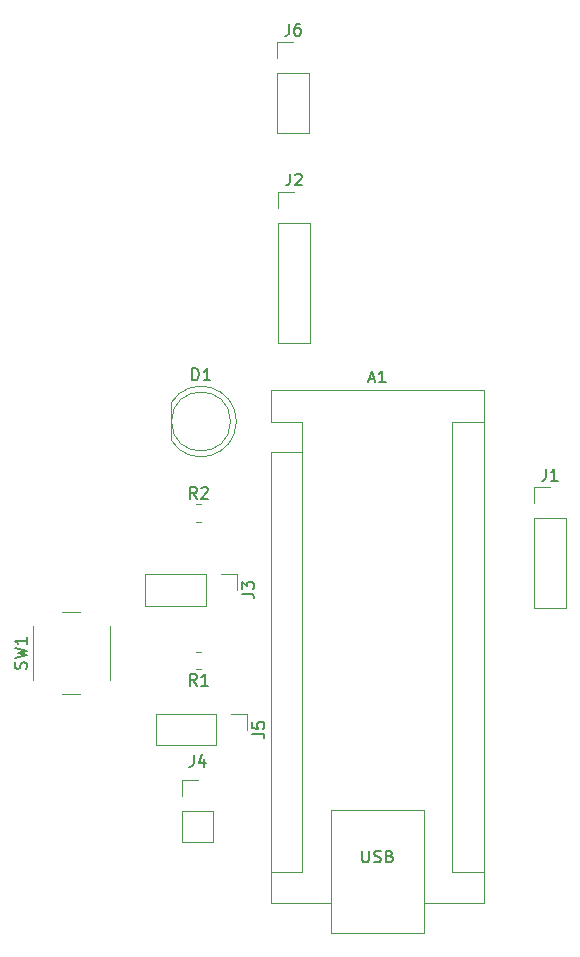
<source format=gbr>
%TF.GenerationSoftware,KiCad,Pcbnew,8.0.8*%
%TF.CreationDate,2025-06-02T22:50:19+02:00*%
%TF.ProjectId,autoZalivanje,6175746f-5a61-46c6-9976-616e6a652e6b,rev?*%
%TF.SameCoordinates,Original*%
%TF.FileFunction,Legend,Top*%
%TF.FilePolarity,Positive*%
%FSLAX46Y46*%
G04 Gerber Fmt 4.6, Leading zero omitted, Abs format (unit mm)*
G04 Created by KiCad (PCBNEW 8.0.8) date 2025-06-02 22:50:19*
%MOMM*%
%LPD*%
G01*
G04 APERTURE LIST*
%ADD10C,0.150000*%
%ADD11C,0.120000*%
G04 APERTURE END LIST*
D10*
X120420833Y-102604819D02*
X120087500Y-102128628D01*
X119849405Y-102604819D02*
X119849405Y-101604819D01*
X119849405Y-101604819D02*
X120230357Y-101604819D01*
X120230357Y-101604819D02*
X120325595Y-101652438D01*
X120325595Y-101652438D02*
X120373214Y-101700057D01*
X120373214Y-101700057D02*
X120420833Y-101795295D01*
X120420833Y-101795295D02*
X120420833Y-101938152D01*
X120420833Y-101938152D02*
X120373214Y-102033390D01*
X120373214Y-102033390D02*
X120325595Y-102081009D01*
X120325595Y-102081009D02*
X120230357Y-102128628D01*
X120230357Y-102128628D02*
X119849405Y-102128628D01*
X121373214Y-102604819D02*
X120801786Y-102604819D01*
X121087500Y-102604819D02*
X121087500Y-101604819D01*
X121087500Y-101604819D02*
X120992262Y-101747676D01*
X120992262Y-101747676D02*
X120897024Y-101842914D01*
X120897024Y-101842914D02*
X120801786Y-101890533D01*
X120420833Y-86804819D02*
X120087500Y-86328628D01*
X119849405Y-86804819D02*
X119849405Y-85804819D01*
X119849405Y-85804819D02*
X120230357Y-85804819D01*
X120230357Y-85804819D02*
X120325595Y-85852438D01*
X120325595Y-85852438D02*
X120373214Y-85900057D01*
X120373214Y-85900057D02*
X120420833Y-85995295D01*
X120420833Y-85995295D02*
X120420833Y-86138152D01*
X120420833Y-86138152D02*
X120373214Y-86233390D01*
X120373214Y-86233390D02*
X120325595Y-86281009D01*
X120325595Y-86281009D02*
X120230357Y-86328628D01*
X120230357Y-86328628D02*
X119849405Y-86328628D01*
X120801786Y-85900057D02*
X120849405Y-85852438D01*
X120849405Y-85852438D02*
X120944643Y-85804819D01*
X120944643Y-85804819D02*
X121182738Y-85804819D01*
X121182738Y-85804819D02*
X121277976Y-85852438D01*
X121277976Y-85852438D02*
X121325595Y-85900057D01*
X121325595Y-85900057D02*
X121373214Y-85995295D01*
X121373214Y-85995295D02*
X121373214Y-86090533D01*
X121373214Y-86090533D02*
X121325595Y-86233390D01*
X121325595Y-86233390D02*
X120754167Y-86804819D01*
X120754167Y-86804819D02*
X121373214Y-86804819D01*
X105957200Y-101183332D02*
X106004819Y-101040475D01*
X106004819Y-101040475D02*
X106004819Y-100802380D01*
X106004819Y-100802380D02*
X105957200Y-100707142D01*
X105957200Y-100707142D02*
X105909580Y-100659523D01*
X105909580Y-100659523D02*
X105814342Y-100611904D01*
X105814342Y-100611904D02*
X105719104Y-100611904D01*
X105719104Y-100611904D02*
X105623866Y-100659523D01*
X105623866Y-100659523D02*
X105576247Y-100707142D01*
X105576247Y-100707142D02*
X105528628Y-100802380D01*
X105528628Y-100802380D02*
X105481009Y-100992856D01*
X105481009Y-100992856D02*
X105433390Y-101088094D01*
X105433390Y-101088094D02*
X105385771Y-101135713D01*
X105385771Y-101135713D02*
X105290533Y-101183332D01*
X105290533Y-101183332D02*
X105195295Y-101183332D01*
X105195295Y-101183332D02*
X105100057Y-101135713D01*
X105100057Y-101135713D02*
X105052438Y-101088094D01*
X105052438Y-101088094D02*
X105004819Y-100992856D01*
X105004819Y-100992856D02*
X105004819Y-100754761D01*
X105004819Y-100754761D02*
X105052438Y-100611904D01*
X105004819Y-100278570D02*
X106004819Y-100040475D01*
X106004819Y-100040475D02*
X105290533Y-99849999D01*
X105290533Y-99849999D02*
X106004819Y-99659523D01*
X106004819Y-99659523D02*
X105004819Y-99421428D01*
X106004819Y-98516666D02*
X106004819Y-99088094D01*
X106004819Y-98802380D02*
X105004819Y-98802380D01*
X105004819Y-98802380D02*
X105147676Y-98897618D01*
X105147676Y-98897618D02*
X105242914Y-98992856D01*
X105242914Y-98992856D02*
X105290533Y-99088094D01*
X128241666Y-46569819D02*
X128241666Y-47284104D01*
X128241666Y-47284104D02*
X128194047Y-47426961D01*
X128194047Y-47426961D02*
X128098809Y-47522200D01*
X128098809Y-47522200D02*
X127955952Y-47569819D01*
X127955952Y-47569819D02*
X127860714Y-47569819D01*
X129146428Y-46569819D02*
X128955952Y-46569819D01*
X128955952Y-46569819D02*
X128860714Y-46617438D01*
X128860714Y-46617438D02*
X128813095Y-46665057D01*
X128813095Y-46665057D02*
X128717857Y-46807914D01*
X128717857Y-46807914D02*
X128670238Y-46998390D01*
X128670238Y-46998390D02*
X128670238Y-47379342D01*
X128670238Y-47379342D02*
X128717857Y-47474580D01*
X128717857Y-47474580D02*
X128765476Y-47522200D01*
X128765476Y-47522200D02*
X128860714Y-47569819D01*
X128860714Y-47569819D02*
X129051190Y-47569819D01*
X129051190Y-47569819D02*
X129146428Y-47522200D01*
X129146428Y-47522200D02*
X129194047Y-47474580D01*
X129194047Y-47474580D02*
X129241666Y-47379342D01*
X129241666Y-47379342D02*
X129241666Y-47141247D01*
X129241666Y-47141247D02*
X129194047Y-47046009D01*
X129194047Y-47046009D02*
X129146428Y-46998390D01*
X129146428Y-46998390D02*
X129051190Y-46950771D01*
X129051190Y-46950771D02*
X128860714Y-46950771D01*
X128860714Y-46950771D02*
X128765476Y-46998390D01*
X128765476Y-46998390D02*
X128717857Y-47046009D01*
X128717857Y-47046009D02*
X128670238Y-47141247D01*
X125134819Y-106683333D02*
X125849104Y-106683333D01*
X125849104Y-106683333D02*
X125991961Y-106730952D01*
X125991961Y-106730952D02*
X126087200Y-106826190D01*
X126087200Y-106826190D02*
X126134819Y-106969047D01*
X126134819Y-106969047D02*
X126134819Y-107064285D01*
X125134819Y-105730952D02*
X125134819Y-106207142D01*
X125134819Y-106207142D02*
X125611009Y-106254761D01*
X125611009Y-106254761D02*
X125563390Y-106207142D01*
X125563390Y-106207142D02*
X125515771Y-106111904D01*
X125515771Y-106111904D02*
X125515771Y-105873809D01*
X125515771Y-105873809D02*
X125563390Y-105778571D01*
X125563390Y-105778571D02*
X125611009Y-105730952D01*
X125611009Y-105730952D02*
X125706247Y-105683333D01*
X125706247Y-105683333D02*
X125944342Y-105683333D01*
X125944342Y-105683333D02*
X126039580Y-105730952D01*
X126039580Y-105730952D02*
X126087200Y-105778571D01*
X126087200Y-105778571D02*
X126134819Y-105873809D01*
X126134819Y-105873809D02*
X126134819Y-106111904D01*
X126134819Y-106111904D02*
X126087200Y-106207142D01*
X126087200Y-106207142D02*
X126039580Y-106254761D01*
X120166666Y-108479819D02*
X120166666Y-109194104D01*
X120166666Y-109194104D02*
X120119047Y-109336961D01*
X120119047Y-109336961D02*
X120023809Y-109432200D01*
X120023809Y-109432200D02*
X119880952Y-109479819D01*
X119880952Y-109479819D02*
X119785714Y-109479819D01*
X121071428Y-108813152D02*
X121071428Y-109479819D01*
X120833333Y-108432200D02*
X120595238Y-109146485D01*
X120595238Y-109146485D02*
X121214285Y-109146485D01*
X124259819Y-94833333D02*
X124974104Y-94833333D01*
X124974104Y-94833333D02*
X125116961Y-94880952D01*
X125116961Y-94880952D02*
X125212200Y-94976190D01*
X125212200Y-94976190D02*
X125259819Y-95119047D01*
X125259819Y-95119047D02*
X125259819Y-95214285D01*
X124259819Y-94452380D02*
X124259819Y-93833333D01*
X124259819Y-93833333D02*
X124640771Y-94166666D01*
X124640771Y-94166666D02*
X124640771Y-94023809D01*
X124640771Y-94023809D02*
X124688390Y-93928571D01*
X124688390Y-93928571D02*
X124736009Y-93880952D01*
X124736009Y-93880952D02*
X124831247Y-93833333D01*
X124831247Y-93833333D02*
X125069342Y-93833333D01*
X125069342Y-93833333D02*
X125164580Y-93880952D01*
X125164580Y-93880952D02*
X125212200Y-93928571D01*
X125212200Y-93928571D02*
X125259819Y-94023809D01*
X125259819Y-94023809D02*
X125259819Y-94309523D01*
X125259819Y-94309523D02*
X125212200Y-94404761D01*
X125212200Y-94404761D02*
X125164580Y-94452380D01*
X128316666Y-59259819D02*
X128316666Y-59974104D01*
X128316666Y-59974104D02*
X128269047Y-60116961D01*
X128269047Y-60116961D02*
X128173809Y-60212200D01*
X128173809Y-60212200D02*
X128030952Y-60259819D01*
X128030952Y-60259819D02*
X127935714Y-60259819D01*
X128745238Y-59355057D02*
X128792857Y-59307438D01*
X128792857Y-59307438D02*
X128888095Y-59259819D01*
X128888095Y-59259819D02*
X129126190Y-59259819D01*
X129126190Y-59259819D02*
X129221428Y-59307438D01*
X129221428Y-59307438D02*
X129269047Y-59355057D01*
X129269047Y-59355057D02*
X129316666Y-59450295D01*
X129316666Y-59450295D02*
X129316666Y-59545533D01*
X129316666Y-59545533D02*
X129269047Y-59688390D01*
X129269047Y-59688390D02*
X128697619Y-60259819D01*
X128697619Y-60259819D02*
X129316666Y-60259819D01*
X149991666Y-84249819D02*
X149991666Y-84964104D01*
X149991666Y-84964104D02*
X149944047Y-85106961D01*
X149944047Y-85106961D02*
X149848809Y-85202200D01*
X149848809Y-85202200D02*
X149705952Y-85249819D01*
X149705952Y-85249819D02*
X149610714Y-85249819D01*
X150991666Y-85249819D02*
X150420238Y-85249819D01*
X150705952Y-85249819D02*
X150705952Y-84249819D01*
X150705952Y-84249819D02*
X150610714Y-84392676D01*
X150610714Y-84392676D02*
X150515476Y-84487914D01*
X150515476Y-84487914D02*
X150420238Y-84535533D01*
X120041905Y-76744819D02*
X120041905Y-75744819D01*
X120041905Y-75744819D02*
X120280000Y-75744819D01*
X120280000Y-75744819D02*
X120422857Y-75792438D01*
X120422857Y-75792438D02*
X120518095Y-75887676D01*
X120518095Y-75887676D02*
X120565714Y-75982914D01*
X120565714Y-75982914D02*
X120613333Y-76173390D01*
X120613333Y-76173390D02*
X120613333Y-76316247D01*
X120613333Y-76316247D02*
X120565714Y-76506723D01*
X120565714Y-76506723D02*
X120518095Y-76601961D01*
X120518095Y-76601961D02*
X120422857Y-76697200D01*
X120422857Y-76697200D02*
X120280000Y-76744819D01*
X120280000Y-76744819D02*
X120041905Y-76744819D01*
X121565714Y-76744819D02*
X120994286Y-76744819D01*
X121280000Y-76744819D02*
X121280000Y-75744819D01*
X121280000Y-75744819D02*
X121184762Y-75887676D01*
X121184762Y-75887676D02*
X121089524Y-75982914D01*
X121089524Y-75982914D02*
X120994286Y-76030533D01*
X134975714Y-76649104D02*
X135451904Y-76649104D01*
X134880476Y-76934819D02*
X135213809Y-75934819D01*
X135213809Y-75934819D02*
X135547142Y-76934819D01*
X136404285Y-76934819D02*
X135832857Y-76934819D01*
X136118571Y-76934819D02*
X136118571Y-75934819D01*
X136118571Y-75934819D02*
X136023333Y-76077676D01*
X136023333Y-76077676D02*
X135928095Y-76172914D01*
X135928095Y-76172914D02*
X135832857Y-76220533D01*
X134428095Y-116574819D02*
X134428095Y-117384342D01*
X134428095Y-117384342D02*
X134475714Y-117479580D01*
X134475714Y-117479580D02*
X134523333Y-117527200D01*
X134523333Y-117527200D02*
X134618571Y-117574819D01*
X134618571Y-117574819D02*
X134809047Y-117574819D01*
X134809047Y-117574819D02*
X134904285Y-117527200D01*
X134904285Y-117527200D02*
X134951904Y-117479580D01*
X134951904Y-117479580D02*
X134999523Y-117384342D01*
X134999523Y-117384342D02*
X134999523Y-116574819D01*
X135428095Y-117527200D02*
X135570952Y-117574819D01*
X135570952Y-117574819D02*
X135809047Y-117574819D01*
X135809047Y-117574819D02*
X135904285Y-117527200D01*
X135904285Y-117527200D02*
X135951904Y-117479580D01*
X135951904Y-117479580D02*
X135999523Y-117384342D01*
X135999523Y-117384342D02*
X135999523Y-117289104D01*
X135999523Y-117289104D02*
X135951904Y-117193866D01*
X135951904Y-117193866D02*
X135904285Y-117146247D01*
X135904285Y-117146247D02*
X135809047Y-117098628D01*
X135809047Y-117098628D02*
X135618571Y-117051009D01*
X135618571Y-117051009D02*
X135523333Y-117003390D01*
X135523333Y-117003390D02*
X135475714Y-116955771D01*
X135475714Y-116955771D02*
X135428095Y-116860533D01*
X135428095Y-116860533D02*
X135428095Y-116765295D01*
X135428095Y-116765295D02*
X135475714Y-116670057D01*
X135475714Y-116670057D02*
X135523333Y-116622438D01*
X135523333Y-116622438D02*
X135618571Y-116574819D01*
X135618571Y-116574819D02*
X135856666Y-116574819D01*
X135856666Y-116574819D02*
X135999523Y-116622438D01*
X136761428Y-117051009D02*
X136904285Y-117098628D01*
X136904285Y-117098628D02*
X136951904Y-117146247D01*
X136951904Y-117146247D02*
X136999523Y-117241485D01*
X136999523Y-117241485D02*
X136999523Y-117384342D01*
X136999523Y-117384342D02*
X136951904Y-117479580D01*
X136951904Y-117479580D02*
X136904285Y-117527200D01*
X136904285Y-117527200D02*
X136809047Y-117574819D01*
X136809047Y-117574819D02*
X136428095Y-117574819D01*
X136428095Y-117574819D02*
X136428095Y-116574819D01*
X136428095Y-116574819D02*
X136761428Y-116574819D01*
X136761428Y-116574819D02*
X136856666Y-116622438D01*
X136856666Y-116622438D02*
X136904285Y-116670057D01*
X136904285Y-116670057D02*
X136951904Y-116765295D01*
X136951904Y-116765295D02*
X136951904Y-116860533D01*
X136951904Y-116860533D02*
X136904285Y-116955771D01*
X136904285Y-116955771D02*
X136856666Y-117003390D01*
X136856666Y-117003390D02*
X136761428Y-117051009D01*
X136761428Y-117051009D02*
X136428095Y-117051009D01*
D11*
%TO.C,R1*%
X120814564Y-101235000D02*
X120360436Y-101235000D01*
X120814564Y-99765000D02*
X120360436Y-99765000D01*
%TO.C,R2*%
X120360436Y-87265000D02*
X120814564Y-87265000D01*
X120360436Y-88735000D02*
X120814564Y-88735000D01*
%TO.C,SW1*%
X110550000Y-96350000D02*
X109050000Y-96350000D01*
X106550000Y-97600000D02*
X106550000Y-102100000D01*
X113050000Y-102100000D02*
X113050000Y-97600000D01*
X109050000Y-103350000D02*
X110550000Y-103350000D01*
%TO.C,J6*%
X129905000Y-50715000D02*
X129905000Y-55855000D01*
X127245000Y-55855000D02*
X129905000Y-55855000D01*
X127245000Y-50715000D02*
X129905000Y-50715000D01*
X127245000Y-50715000D02*
X127245000Y-55855000D01*
X127245000Y-49445000D02*
X127245000Y-48115000D01*
X127245000Y-48115000D02*
X128575000Y-48115000D01*
%TO.C,J5*%
X124680000Y-105020000D02*
X124680000Y-106350000D01*
X123350000Y-105020000D02*
X124680000Y-105020000D01*
X122080000Y-105020000D02*
X116940000Y-105020000D01*
X122080000Y-105020000D02*
X122080000Y-107680000D01*
X116940000Y-105020000D02*
X116940000Y-107680000D01*
X122080000Y-107680000D02*
X116940000Y-107680000D01*
%TO.C,J4*%
X119170000Y-110620000D02*
X120500000Y-110620000D01*
X119170000Y-111950000D02*
X119170000Y-110620000D01*
X119170000Y-113220000D02*
X119170000Y-115820000D01*
X119170000Y-113220000D02*
X121830000Y-113220000D01*
X119170000Y-115820000D02*
X121830000Y-115820000D01*
X121830000Y-113220000D02*
X121830000Y-115820000D01*
%TO.C,J3*%
X123805000Y-93170000D02*
X123805000Y-94500000D01*
X122475000Y-93170000D02*
X123805000Y-93170000D01*
X121205000Y-93170000D02*
X116065000Y-93170000D01*
X121205000Y-93170000D02*
X121205000Y-95830000D01*
X116065000Y-93170000D02*
X116065000Y-95830000D01*
X121205000Y-95830000D02*
X116065000Y-95830000D01*
%TO.C,J2*%
X127320000Y-60805000D02*
X128650000Y-60805000D01*
X127320000Y-62135000D02*
X127320000Y-60805000D01*
X127320000Y-63405000D02*
X127320000Y-73625000D01*
X127320000Y-63405000D02*
X129980000Y-63405000D01*
X127320000Y-73625000D02*
X129980000Y-73625000D01*
X129980000Y-63405000D02*
X129980000Y-73625000D01*
%TO.C,J1*%
X148995000Y-85795000D02*
X150325000Y-85795000D01*
X148995000Y-87125000D02*
X148995000Y-85795000D01*
X148995000Y-88395000D02*
X148995000Y-96075000D01*
X148995000Y-88395000D02*
X151655000Y-88395000D01*
X148995000Y-96075000D02*
X151655000Y-96075000D01*
X151655000Y-88395000D02*
X151655000Y-96075000D01*
%TO.C,D1*%
X118220000Y-78705000D02*
X118220000Y-81795000D01*
X118220000Y-78705170D02*
G75*
G02*
X123770000Y-80249952I2560000J-1544830D01*
G01*
X123770000Y-80250048D02*
G75*
G02*
X118220000Y-81794830I-2990000J48D01*
G01*
X123280000Y-80250000D02*
G75*
G02*
X118280000Y-80250000I-2500000J0D01*
G01*
X118280000Y-80250000D02*
G75*
G02*
X123280000Y-80250000I2500000J0D01*
G01*
%TO.C,A1*%
X126670000Y-77620000D02*
X126670000Y-80290000D01*
X126670000Y-82830000D02*
X126670000Y-121060000D01*
X126670000Y-121060000D02*
X131750000Y-121060000D01*
X129340000Y-80290000D02*
X126670000Y-80290000D01*
X129340000Y-82830000D02*
X126670000Y-82830000D01*
X129340000Y-82830000D02*
X129340000Y-80290000D01*
X129340000Y-82830000D02*
X129340000Y-118390000D01*
X129340000Y-118390000D02*
X126670000Y-118390000D01*
X131750000Y-113180000D02*
X139630000Y-113180000D01*
X131750000Y-123600000D02*
X131750000Y-113180000D01*
X139630000Y-113180000D02*
X139630000Y-123600000D01*
X139630000Y-123600000D02*
X131750000Y-123600000D01*
X142040000Y-80290000D02*
X142040000Y-118390000D01*
X142040000Y-80290000D02*
X144710000Y-80290000D01*
X142040000Y-118390000D02*
X144710000Y-118390000D01*
X144710000Y-77620000D02*
X126670000Y-77620000D01*
X144710000Y-121060000D02*
X139630000Y-121060000D01*
X144710000Y-121060000D02*
X144710000Y-77620000D01*
%TD*%
M02*

</source>
